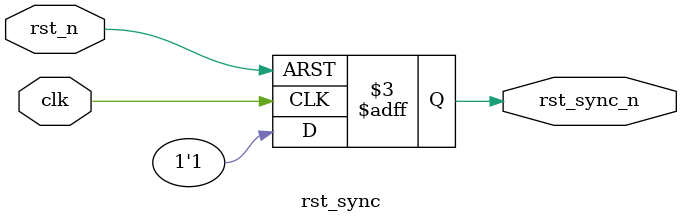
<source format=v>
module rst_sync (
    input clk ,
    input rst_n ,
    output reg rst_sync_n
);
always @(posedge clk or negedge rst_n) begin
    if(~rst_n)
        rst_sync_n <= 1'b0 ;
    else
        rst_sync_n <= 1'b1 ;
end
endmodule
</source>
